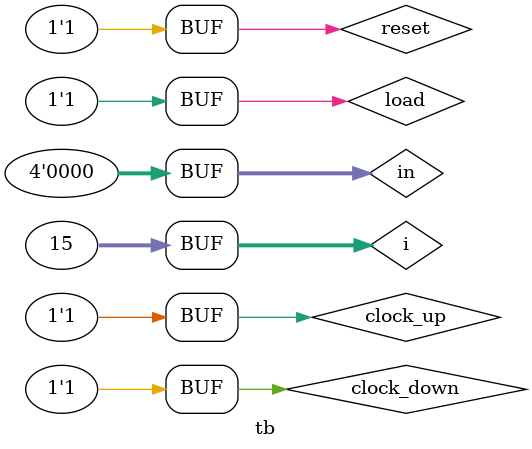
<source format=v>
`timescale 1ns / 1ps


module tb(

    );
    
reg clock_up = 0, clock_down = 1, reset = 1, load = 1;
wire carry, borrow;
reg [3:0] in = 4'b0000;
wire [3:0] out;

integer i;

Sync_4Counter counter(clock_up, clock_down, reset, load, in, out, carry, borrow);

initial
    begin
    load <= 0;
    #5 load <= 1;
        for (i=0; i < 40; i=i+1)
            #10 clock_up <= ~clock_up;
        
        clock_up <= 1;
        for (i=0; i< 20; i=i+1)
            #10 clock_down <= ~clock_down;
        
        reset <= 0;
        #5 reset <= 1;
        for (i=0; i< 15; i=i+1)
            #10 clock_down <= ~clock_down;
    end

endmodule

</source>
